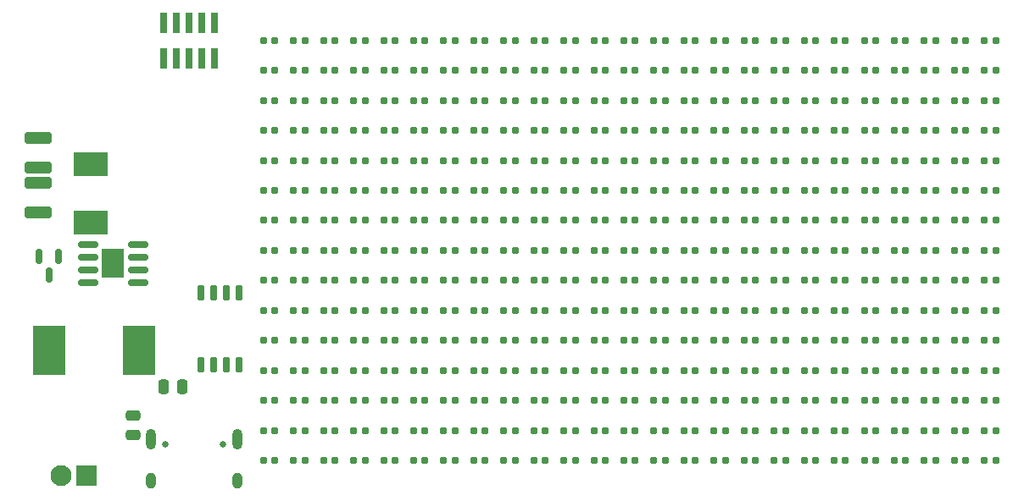
<source format=gbr>
%TF.GenerationSoftware,KiCad,Pcbnew,(5.99.0-12974-ge12f9a194d)*%
%TF.CreationDate,2021-11-26T19:34:28-08:00*%
%TF.ProjectId,LED_Addrs,4c45445f-4164-4647-9273-2e6b69636164,rev?*%
%TF.SameCoordinates,Original*%
%TF.FileFunction,Soldermask,Bot*%
%TF.FilePolarity,Negative*%
%FSLAX46Y46*%
G04 Gerber Fmt 4.6, Leading zero omitted, Abs format (unit mm)*
G04 Created by KiCad (PCBNEW (5.99.0-12974-ge12f9a194d)) date 2021-11-26 19:34:28*
%MOMM*%
%LPD*%
G01*
G04 APERTURE LIST*
G04 Aperture macros list*
%AMRoundRect*
0 Rectangle with rounded corners*
0 $1 Rounding radius*
0 $2 $3 $4 $5 $6 $7 $8 $9 X,Y pos of 4 corners*
0 Add a 4 corners polygon primitive as box body*
4,1,4,$2,$3,$4,$5,$6,$7,$8,$9,$2,$3,0*
0 Add four circle primitives for the rounded corners*
1,1,$1+$1,$2,$3*
1,1,$1+$1,$4,$5*
1,1,$1+$1,$6,$7*
1,1,$1+$1,$8,$9*
0 Add four rect primitives between the rounded corners*
20,1,$1+$1,$2,$3,$4,$5,0*
20,1,$1+$1,$4,$5,$6,$7,0*
20,1,$1+$1,$6,$7,$8,$9,0*
20,1,$1+$1,$8,$9,$2,$3,0*%
G04 Aperture macros list end*
%ADD10C,0.650000*%
%ADD11O,1.000000X2.100000*%
%ADD12O,1.000000X1.600000*%
%ADD13R,2.100000X2.100000*%
%ADD14C,2.100000*%
%ADD15RoundRect,0.155000X0.212500X0.155000X-0.212500X0.155000X-0.212500X-0.155000X0.212500X-0.155000X0*%
%ADD16RoundRect,0.150000X-0.150000X0.587500X-0.150000X-0.587500X0.150000X-0.587500X0.150000X0.587500X0*%
%ADD17RoundRect,0.250000X1.100000X-0.325000X1.100000X0.325000X-1.100000X0.325000X-1.100000X-0.325000X0*%
%ADD18RoundRect,0.250000X-1.100000X0.325000X-1.100000X-0.325000X1.100000X-0.325000X1.100000X0.325000X0*%
%ADD19R,3.429000X2.413000*%
%ADD20RoundRect,0.250000X0.475000X-0.250000X0.475000X0.250000X-0.475000X0.250000X-0.475000X-0.250000X0*%
%ADD21RoundRect,0.150000X0.825000X0.150000X-0.825000X0.150000X-0.825000X-0.150000X0.825000X-0.150000X0*%
%ADD22R,2.290000X3.000000*%
%ADD23R,0.750000X2.100000*%
%ADD24RoundRect,0.150000X-0.150000X0.650000X-0.150000X-0.650000X0.150000X-0.650000X0.150000X0.650000X0*%
%ADD25R,3.175000X4.950000*%
%ADD26RoundRect,0.250000X0.250000X0.475000X-0.250000X0.475000X-0.250000X-0.475000X0.250000X-0.475000X0*%
G04 APERTURE END LIST*
D10*
%TO.C,J2*%
X26610000Y-56395000D03*
X32390000Y-56395000D03*
D11*
X25180000Y-55895000D03*
X33820000Y-55895000D03*
D12*
X33820000Y-60075000D03*
X25180000Y-60075000D03*
%TD*%
D13*
%TO.C,J3*%
X18770000Y-59500000D03*
D14*
X16230000Y-59500000D03*
%TD*%
D15*
%TO.C,C33*%
X58567500Y-19000000D03*
X57432500Y-19000000D03*
%TD*%
%TO.C,C32*%
X55567500Y-19000000D03*
X54432500Y-19000000D03*
%TD*%
%TO.C,C312*%
X70567500Y-52000000D03*
X69432500Y-52000000D03*
%TD*%
%TO.C,C314*%
X76567500Y-52000000D03*
X75432500Y-52000000D03*
%TD*%
%TO.C,C82*%
X55567500Y-25000000D03*
X54432500Y-25000000D03*
%TD*%
%TO.C,C308*%
X58567500Y-52000000D03*
X57432500Y-52000000D03*
%TD*%
%TO.C,C109*%
X61567500Y-28000000D03*
X60432500Y-28000000D03*
%TD*%
%TO.C,C38*%
X73567500Y-19000000D03*
X72432500Y-19000000D03*
%TD*%
%TO.C,C256*%
X52567500Y-46000000D03*
X51432500Y-46000000D03*
%TD*%
%TO.C,C354*%
X46567500Y-58000000D03*
X45432500Y-58000000D03*
%TD*%
%TO.C,C322*%
X100567500Y-52000000D03*
X99432500Y-52000000D03*
%TD*%
%TO.C,C261*%
X67567500Y-46000000D03*
X66432500Y-46000000D03*
%TD*%
%TO.C,C162*%
X70567500Y-34000000D03*
X69432500Y-34000000D03*
%TD*%
%TO.C,C105*%
X49567500Y-28000000D03*
X48432500Y-28000000D03*
%TD*%
%TO.C,C176*%
X37567500Y-37000000D03*
X36432500Y-37000000D03*
%TD*%
%TO.C,C27*%
X40567500Y-19000000D03*
X39432500Y-19000000D03*
%TD*%
%TO.C,C51*%
X37567500Y-22000000D03*
X36432500Y-22000000D03*
%TD*%
%TO.C,C313*%
X73567500Y-52000000D03*
X72432500Y-52000000D03*
%TD*%
%TO.C,C235*%
X64567500Y-43000000D03*
X63432500Y-43000000D03*
%TD*%
%TO.C,C150*%
X109567500Y-31000000D03*
X108432500Y-31000000D03*
%TD*%
%TO.C,C274*%
X106567500Y-46000000D03*
X105432500Y-46000000D03*
%TD*%
%TO.C,C318*%
X88567500Y-52000000D03*
X87432500Y-52000000D03*
%TD*%
%TO.C,C132*%
X55567500Y-31000000D03*
X54432500Y-31000000D03*
%TD*%
%TO.C,C158*%
X58567500Y-34000000D03*
X57432500Y-34000000D03*
%TD*%
%TO.C,C77*%
X40567500Y-25000000D03*
X39432500Y-25000000D03*
%TD*%
%TO.C,C209*%
X61567500Y-40000000D03*
X60432500Y-40000000D03*
%TD*%
%TO.C,C304*%
X46567500Y-52000000D03*
X45432500Y-52000000D03*
%TD*%
%TO.C,C4*%
X46567500Y-16000000D03*
X45432500Y-16000000D03*
%TD*%
%TO.C,C46*%
X97567500Y-19000000D03*
X96432500Y-19000000D03*
%TD*%
%TO.C,C260*%
X64567500Y-46000000D03*
X63432500Y-46000000D03*
%TD*%
%TO.C,C231*%
X52567500Y-43000000D03*
X51432500Y-43000000D03*
%TD*%
%TO.C,C273*%
X103567500Y-46000000D03*
X102432500Y-46000000D03*
%TD*%
%TO.C,C206*%
X52567500Y-40000000D03*
X51432500Y-40000000D03*
%TD*%
%TO.C,C142*%
X85567500Y-31000000D03*
X84432500Y-31000000D03*
%TD*%
%TO.C,C123*%
X103567500Y-28000000D03*
X102432500Y-28000000D03*
%TD*%
%TO.C,C361*%
X67567500Y-58000000D03*
X66432500Y-58000000D03*
%TD*%
%TO.C,C349*%
X106567500Y-55000000D03*
X105432500Y-55000000D03*
%TD*%
%TO.C,C244*%
X91567500Y-43000000D03*
X90432500Y-43000000D03*
%TD*%
%TO.C,C351*%
X37567500Y-58000000D03*
X36432500Y-58000000D03*
%TD*%
%TO.C,C267*%
X85567500Y-46000000D03*
X84432500Y-46000000D03*
%TD*%
%TO.C,C341*%
X82567500Y-55000000D03*
X81432500Y-55000000D03*
%TD*%
%TO.C,C112*%
X70567500Y-28000000D03*
X69432500Y-28000000D03*
%TD*%
%TO.C,C355*%
X49567500Y-58000000D03*
X48432500Y-58000000D03*
%TD*%
%TO.C,C356*%
X52567500Y-58000000D03*
X51432500Y-58000000D03*
%TD*%
%TO.C,C43*%
X88567500Y-19000000D03*
X87432500Y-19000000D03*
%TD*%
%TO.C,C66*%
X82567500Y-22000000D03*
X81432500Y-22000000D03*
%TD*%
%TO.C,C288*%
X73567500Y-49000000D03*
X72432500Y-49000000D03*
%TD*%
%TO.C,C242*%
X85567500Y-43000000D03*
X84432500Y-43000000D03*
%TD*%
%TO.C,C113*%
X73567500Y-28000000D03*
X72432500Y-28000000D03*
%TD*%
%TO.C,C212*%
X70567500Y-40000000D03*
X69432500Y-40000000D03*
%TD*%
%TO.C,C16*%
X82567500Y-16000000D03*
X81432500Y-16000000D03*
%TD*%
%TO.C,C346*%
X97567500Y-55000000D03*
X96432500Y-55000000D03*
%TD*%
%TO.C,C172*%
X100567500Y-34000000D03*
X99432500Y-34000000D03*
%TD*%
%TO.C,C373*%
X103567500Y-58000000D03*
X102432500Y-58000000D03*
%TD*%
%TO.C,C337*%
X70567500Y-55000000D03*
X69432500Y-55000000D03*
%TD*%
%TO.C,C357*%
X55567500Y-58000000D03*
X54432500Y-58000000D03*
%TD*%
%TO.C,C52*%
X40567500Y-22000000D03*
X39432500Y-22000000D03*
%TD*%
%TO.C,C262*%
X70567500Y-46000000D03*
X69432500Y-46000000D03*
%TD*%
%TO.C,C173*%
X103567500Y-34000000D03*
X102432500Y-34000000D03*
%TD*%
%TO.C,C220*%
X94567500Y-40000000D03*
X93432500Y-40000000D03*
%TD*%
%TO.C,C136*%
X67567500Y-31000000D03*
X66432500Y-31000000D03*
%TD*%
D16*
%TO.C,Q2*%
X14050000Y-37562500D03*
X15950000Y-37562500D03*
X15000000Y-39437500D03*
%TD*%
D17*
%TO.C,C400*%
X13900000Y-33175000D03*
X13900000Y-30225000D03*
%TD*%
D15*
%TO.C,C40*%
X79567500Y-19000000D03*
X78432500Y-19000000D03*
%TD*%
%TO.C,C148*%
X103567500Y-31000000D03*
X102432500Y-31000000D03*
%TD*%
%TO.C,C54*%
X46567500Y-22000000D03*
X45432500Y-22000000D03*
%TD*%
%TO.C,C343*%
X88567500Y-55000000D03*
X87432500Y-55000000D03*
%TD*%
%TO.C,C297*%
X100567500Y-49000000D03*
X99432500Y-49000000D03*
%TD*%
%TO.C,C271*%
X97567500Y-46000000D03*
X96432500Y-46000000D03*
%TD*%
%TO.C,C281*%
X52567500Y-49000000D03*
X51432500Y-49000000D03*
%TD*%
%TO.C,C100*%
X109567500Y-25000000D03*
X108432500Y-25000000D03*
%TD*%
%TO.C,C348*%
X103567500Y-55000000D03*
X102432500Y-55000000D03*
%TD*%
%TO.C,C73*%
X103567500Y-22000000D03*
X102432500Y-22000000D03*
%TD*%
%TO.C,C189*%
X76567500Y-37000000D03*
X75432500Y-37000000D03*
%TD*%
%TO.C,C58*%
X58567500Y-22000000D03*
X57432500Y-22000000D03*
%TD*%
%TO.C,C339*%
X76567500Y-55000000D03*
X75432500Y-55000000D03*
%TD*%
%TO.C,C61*%
X67567500Y-22000000D03*
X66432500Y-22000000D03*
%TD*%
%TO.C,C3*%
X43567500Y-16000000D03*
X42432500Y-16000000D03*
%TD*%
%TO.C,C35*%
X64567500Y-19000000D03*
X63432500Y-19000000D03*
%TD*%
%TO.C,C350*%
X109567500Y-55000000D03*
X108432500Y-55000000D03*
%TD*%
%TO.C,C2*%
X40567500Y-16000000D03*
X39432500Y-16000000D03*
%TD*%
%TO.C,C143*%
X88567500Y-31000000D03*
X87432500Y-31000000D03*
%TD*%
%TO.C,C98*%
X103567500Y-25000000D03*
X102432500Y-25000000D03*
%TD*%
%TO.C,C146*%
X97567500Y-31000000D03*
X96432500Y-31000000D03*
%TD*%
%TO.C,C181*%
X52567500Y-37000000D03*
X51432500Y-37000000D03*
%TD*%
%TO.C,C275*%
X109567500Y-46000000D03*
X108432500Y-46000000D03*
%TD*%
%TO.C,C208*%
X58567500Y-40000000D03*
X57432500Y-40000000D03*
%TD*%
%TO.C,C266*%
X82567500Y-46000000D03*
X81432500Y-46000000D03*
%TD*%
%TO.C,C175*%
X109567500Y-34000000D03*
X108432500Y-34000000D03*
%TD*%
%TO.C,C195*%
X94567500Y-37000000D03*
X93432500Y-37000000D03*
%TD*%
%TO.C,C316*%
X82567500Y-52000000D03*
X81432500Y-52000000D03*
%TD*%
%TO.C,C12*%
X70567500Y-16000000D03*
X69432500Y-16000000D03*
%TD*%
%TO.C,C26*%
X37567500Y-19000000D03*
X36432500Y-19000000D03*
%TD*%
%TO.C,C31*%
X52567500Y-19000000D03*
X51432500Y-19000000D03*
%TD*%
%TO.C,C215*%
X79567500Y-40000000D03*
X78432500Y-40000000D03*
%TD*%
%TO.C,C34*%
X61567500Y-19000000D03*
X60432500Y-19000000D03*
%TD*%
%TO.C,C365*%
X79567500Y-58000000D03*
X78432500Y-58000000D03*
%TD*%
%TO.C,C305*%
X49567500Y-52000000D03*
X48432500Y-52000000D03*
%TD*%
%TO.C,C229*%
X46567500Y-43000000D03*
X45432500Y-43000000D03*
%TD*%
%TO.C,C366*%
X82567500Y-58000000D03*
X81432500Y-58000000D03*
%TD*%
%TO.C,C137*%
X70567500Y-31000000D03*
X69432500Y-31000000D03*
%TD*%
%TO.C,C94*%
X91567500Y-25000000D03*
X90432500Y-25000000D03*
%TD*%
%TO.C,C236*%
X67567500Y-43000000D03*
X66432500Y-43000000D03*
%TD*%
%TO.C,C319*%
X91567500Y-52000000D03*
X90432500Y-52000000D03*
%TD*%
%TO.C,C114*%
X76567500Y-28000000D03*
X75432500Y-28000000D03*
%TD*%
%TO.C,C194*%
X91567500Y-37000000D03*
X90432500Y-37000000D03*
%TD*%
%TO.C,C295*%
X94567500Y-49000000D03*
X93432500Y-49000000D03*
%TD*%
%TO.C,C126*%
X37567500Y-31000000D03*
X36432500Y-31000000D03*
%TD*%
%TO.C,C207*%
X55567500Y-40000000D03*
X54432500Y-40000000D03*
%TD*%
%TO.C,C317*%
X85567500Y-52000000D03*
X84432500Y-52000000D03*
%TD*%
%TO.C,C226*%
X37567500Y-43000000D03*
X36432500Y-43000000D03*
%TD*%
%TO.C,C165*%
X79567500Y-34000000D03*
X78432500Y-34000000D03*
%TD*%
%TO.C,C49*%
X106567500Y-19000000D03*
X105432500Y-19000000D03*
%TD*%
%TO.C,C42*%
X85567500Y-19000000D03*
X84432500Y-19000000D03*
%TD*%
%TO.C,C115*%
X79567500Y-28000000D03*
X78432500Y-28000000D03*
%TD*%
%TO.C,C128*%
X43567500Y-31000000D03*
X42432500Y-31000000D03*
%TD*%
%TO.C,C99*%
X106567500Y-25000000D03*
X105432500Y-25000000D03*
%TD*%
%TO.C,C291*%
X82567500Y-49000000D03*
X81432500Y-49000000D03*
%TD*%
%TO.C,C246*%
X97567500Y-43000000D03*
X96432500Y-43000000D03*
%TD*%
%TO.C,C311*%
X67567500Y-52000000D03*
X66432500Y-52000000D03*
%TD*%
%TO.C,C21*%
X97567500Y-16000000D03*
X96432500Y-16000000D03*
%TD*%
%TO.C,C270*%
X94567500Y-46000000D03*
X93432500Y-46000000D03*
%TD*%
%TO.C,C169*%
X91567500Y-34000000D03*
X90432500Y-34000000D03*
%TD*%
%TO.C,C306*%
X52567500Y-52000000D03*
X51432500Y-52000000D03*
%TD*%
%TO.C,C338*%
X73567500Y-55000000D03*
X72432500Y-55000000D03*
%TD*%
%TO.C,C76*%
X37567500Y-25000000D03*
X36432500Y-25000000D03*
%TD*%
%TO.C,C299*%
X106567500Y-49000000D03*
X105432500Y-49000000D03*
%TD*%
%TO.C,C138*%
X73567500Y-31000000D03*
X72432500Y-31000000D03*
%TD*%
%TO.C,C168*%
X88567500Y-34000000D03*
X87432500Y-34000000D03*
%TD*%
%TO.C,C210*%
X64567500Y-40000000D03*
X63432500Y-40000000D03*
%TD*%
%TO.C,C201*%
X37567500Y-40000000D03*
X36432500Y-40000000D03*
%TD*%
%TO.C,C180*%
X49567500Y-37000000D03*
X48432500Y-37000000D03*
%TD*%
%TO.C,C1*%
X37567500Y-16000000D03*
X36432500Y-16000000D03*
%TD*%
%TO.C,C309*%
X61567500Y-52000000D03*
X60432500Y-52000000D03*
%TD*%
%TO.C,C217*%
X85567500Y-40000000D03*
X84432500Y-40000000D03*
%TD*%
%TO.C,C106*%
X52567500Y-28000000D03*
X51432500Y-28000000D03*
%TD*%
%TO.C,C193*%
X88567500Y-37000000D03*
X87432500Y-37000000D03*
%TD*%
%TO.C,C221*%
X97567500Y-40000000D03*
X96432500Y-40000000D03*
%TD*%
%TO.C,C364*%
X76567500Y-58000000D03*
X75432500Y-58000000D03*
%TD*%
%TO.C,C368*%
X88567500Y-58000000D03*
X87432500Y-58000000D03*
%TD*%
%TO.C,C131*%
X52567500Y-31000000D03*
X51432500Y-31000000D03*
%TD*%
%TO.C,C240*%
X79567500Y-43000000D03*
X78432500Y-43000000D03*
%TD*%
D18*
%TO.C,C399*%
X13900000Y-25725000D03*
X13900000Y-28675000D03*
%TD*%
D15*
%TO.C,C154*%
X46567500Y-34000000D03*
X45432500Y-34000000D03*
%TD*%
%TO.C,C205*%
X49567500Y-40000000D03*
X48432500Y-40000000D03*
%TD*%
%TO.C,C84*%
X61567500Y-25000000D03*
X60432500Y-25000000D03*
%TD*%
%TO.C,C230*%
X49567500Y-43000000D03*
X48432500Y-43000000D03*
%TD*%
%TO.C,C360*%
X64567500Y-58000000D03*
X63432500Y-58000000D03*
%TD*%
%TO.C,C179*%
X46567500Y-37000000D03*
X45432500Y-37000000D03*
%TD*%
%TO.C,C39*%
X76567500Y-19000000D03*
X75432500Y-19000000D03*
%TD*%
%TO.C,C80*%
X49567500Y-25000000D03*
X48432500Y-25000000D03*
%TD*%
%TO.C,C332*%
X55567500Y-55000000D03*
X54432500Y-55000000D03*
%TD*%
%TO.C,C370*%
X94567500Y-58000000D03*
X93432500Y-58000000D03*
%TD*%
%TO.C,C68*%
X88567500Y-22000000D03*
X87432500Y-22000000D03*
%TD*%
%TO.C,C334*%
X61567500Y-55000000D03*
X60432500Y-55000000D03*
%TD*%
%TO.C,C90*%
X79567500Y-25000000D03*
X78432500Y-25000000D03*
%TD*%
%TO.C,C285*%
X64567500Y-49000000D03*
X63432500Y-49000000D03*
%TD*%
%TO.C,C324*%
X106567500Y-52000000D03*
X105432500Y-52000000D03*
%TD*%
%TO.C,C255*%
X49567500Y-46000000D03*
X48432500Y-46000000D03*
%TD*%
%TO.C,C294*%
X91567500Y-49000000D03*
X90432500Y-49000000D03*
%TD*%
%TO.C,C37*%
X70567500Y-19000000D03*
X69432500Y-19000000D03*
%TD*%
%TO.C,C86*%
X67567500Y-25000000D03*
X66432500Y-25000000D03*
%TD*%
%TO.C,C280*%
X49567500Y-49000000D03*
X48432500Y-49000000D03*
%TD*%
%TO.C,C11*%
X67567500Y-16000000D03*
X66432500Y-16000000D03*
%TD*%
%TO.C,C92*%
X85567500Y-25000000D03*
X84432500Y-25000000D03*
%TD*%
%TO.C,C374*%
X106567500Y-58000000D03*
X105432500Y-58000000D03*
%TD*%
%TO.C,C185*%
X64567500Y-37000000D03*
X63432500Y-37000000D03*
%TD*%
%TO.C,C258*%
X58567500Y-46000000D03*
X57432500Y-46000000D03*
%TD*%
%TO.C,C225*%
X109567500Y-40000000D03*
X108432500Y-40000000D03*
%TD*%
%TO.C,C248*%
X103567500Y-43000000D03*
X102432500Y-43000000D03*
%TD*%
%TO.C,C170*%
X94567500Y-34000000D03*
X93432500Y-34000000D03*
%TD*%
%TO.C,C20*%
X94567500Y-16000000D03*
X93432500Y-16000000D03*
%TD*%
%TO.C,C269*%
X91567500Y-46000000D03*
X90432500Y-46000000D03*
%TD*%
%TO.C,C177*%
X40567500Y-37000000D03*
X39432500Y-37000000D03*
%TD*%
%TO.C,C249*%
X106567500Y-43000000D03*
X105432500Y-43000000D03*
%TD*%
%TO.C,C87*%
X70567500Y-25000000D03*
X69432500Y-25000000D03*
%TD*%
%TO.C,C284*%
X61567500Y-49000000D03*
X60432500Y-49000000D03*
%TD*%
%TO.C,C83*%
X58567500Y-25000000D03*
X57432500Y-25000000D03*
%TD*%
%TO.C,C129*%
X46567500Y-31000000D03*
X45432500Y-31000000D03*
%TD*%
%TO.C,C289*%
X76567500Y-49000000D03*
X75432500Y-49000000D03*
%TD*%
D19*
%TO.C,L1*%
X19200000Y-34221000D03*
X19200000Y-28379000D03*
%TD*%
D15*
%TO.C,C300*%
X109567500Y-49000000D03*
X108432500Y-49000000D03*
%TD*%
%TO.C,C330*%
X49567500Y-55000000D03*
X48432500Y-55000000D03*
%TD*%
%TO.C,C293*%
X88567500Y-49000000D03*
X87432500Y-49000000D03*
%TD*%
%TO.C,C96*%
X97567500Y-25000000D03*
X96432500Y-25000000D03*
%TD*%
%TO.C,C239*%
X76567500Y-43000000D03*
X75432500Y-43000000D03*
%TD*%
%TO.C,C224*%
X106567500Y-40000000D03*
X105432500Y-40000000D03*
%TD*%
D20*
%TO.C,C402*%
X23400000Y-55450000D03*
X23400000Y-53550000D03*
%TD*%
D15*
%TO.C,C9*%
X61567500Y-16000000D03*
X60432500Y-16000000D03*
%TD*%
%TO.C,C197*%
X100567500Y-37000000D03*
X99432500Y-37000000D03*
%TD*%
%TO.C,C328*%
X43567500Y-55000000D03*
X42432500Y-55000000D03*
%TD*%
%TO.C,C110*%
X64567500Y-28000000D03*
X63432500Y-28000000D03*
%TD*%
%TO.C,C144*%
X91567500Y-31000000D03*
X90432500Y-31000000D03*
%TD*%
%TO.C,C95*%
X94567500Y-25000000D03*
X93432500Y-25000000D03*
%TD*%
%TO.C,C301*%
X37567500Y-52000000D03*
X36432500Y-52000000D03*
%TD*%
%TO.C,C141*%
X82567500Y-31000000D03*
X81432500Y-31000000D03*
%TD*%
%TO.C,C196*%
X97567500Y-37000000D03*
X96432500Y-37000000D03*
%TD*%
%TO.C,C60*%
X64567500Y-22000000D03*
X63432500Y-22000000D03*
%TD*%
%TO.C,C227*%
X40567500Y-43000000D03*
X39432500Y-43000000D03*
%TD*%
%TO.C,C296*%
X97567500Y-49000000D03*
X96432500Y-49000000D03*
%TD*%
%TO.C,C243*%
X88567500Y-43000000D03*
X87432500Y-43000000D03*
%TD*%
%TO.C,C153*%
X43567500Y-34000000D03*
X42432500Y-34000000D03*
%TD*%
%TO.C,C335*%
X64567500Y-55000000D03*
X63432500Y-55000000D03*
%TD*%
%TO.C,C268*%
X88567500Y-46000000D03*
X87432500Y-46000000D03*
%TD*%
%TO.C,C67*%
X85567500Y-22000000D03*
X84432500Y-22000000D03*
%TD*%
%TO.C,C187*%
X70567500Y-37000000D03*
X69432500Y-37000000D03*
%TD*%
%TO.C,C65*%
X79567500Y-22000000D03*
X78432500Y-22000000D03*
%TD*%
D21*
%TO.C,U5*%
X23875000Y-36395000D03*
X23875000Y-37665000D03*
X23875000Y-38935000D03*
X23875000Y-40205000D03*
X18925000Y-40205000D03*
X18925000Y-38935000D03*
X18925000Y-37665000D03*
X18925000Y-36395000D03*
D22*
X21400000Y-38300000D03*
%TD*%
D15*
%TO.C,C340*%
X79567500Y-55000000D03*
X78432500Y-55000000D03*
%TD*%
%TO.C,C93*%
X88567500Y-25000000D03*
X87432500Y-25000000D03*
%TD*%
%TO.C,C199*%
X106567500Y-37000000D03*
X105432500Y-37000000D03*
%TD*%
%TO.C,C252*%
X40567500Y-46000000D03*
X39432500Y-46000000D03*
%TD*%
%TO.C,C125*%
X109567500Y-28000000D03*
X108432500Y-28000000D03*
%TD*%
%TO.C,C163*%
X73567500Y-34000000D03*
X72432500Y-34000000D03*
%TD*%
%TO.C,C241*%
X82567500Y-43000000D03*
X81432500Y-43000000D03*
%TD*%
%TO.C,C315*%
X79567500Y-52000000D03*
X78432500Y-52000000D03*
%TD*%
%TO.C,C8*%
X58567500Y-16000000D03*
X57432500Y-16000000D03*
%TD*%
%TO.C,C247*%
X100567500Y-43000000D03*
X99432500Y-43000000D03*
%TD*%
%TO.C,C171*%
X97567500Y-34000000D03*
X96432500Y-34000000D03*
%TD*%
%TO.C,C97*%
X100567500Y-25000000D03*
X99432500Y-25000000D03*
%TD*%
%TO.C,C57*%
X55567500Y-22000000D03*
X54432500Y-22000000D03*
%TD*%
%TO.C,C219*%
X91567500Y-40000000D03*
X90432500Y-40000000D03*
%TD*%
%TO.C,C10*%
X64567500Y-16000000D03*
X63432500Y-16000000D03*
%TD*%
%TO.C,C192*%
X85567500Y-37000000D03*
X84432500Y-37000000D03*
%TD*%
%TO.C,C237*%
X70567500Y-43000000D03*
X69432500Y-43000000D03*
%TD*%
%TO.C,C120*%
X94567500Y-28000000D03*
X93432500Y-28000000D03*
%TD*%
%TO.C,C22*%
X100567500Y-16000000D03*
X99432500Y-16000000D03*
%TD*%
%TO.C,C147*%
X100567500Y-31000000D03*
X99432500Y-31000000D03*
%TD*%
%TO.C,C160*%
X64567500Y-34000000D03*
X63432500Y-34000000D03*
%TD*%
%TO.C,C362*%
X70567500Y-58000000D03*
X69432500Y-58000000D03*
%TD*%
%TO.C,C303*%
X43567500Y-52000000D03*
X42432500Y-52000000D03*
%TD*%
%TO.C,C336*%
X67567500Y-55000000D03*
X66432500Y-55000000D03*
%TD*%
%TO.C,C329*%
X46567500Y-55000000D03*
X45432500Y-55000000D03*
%TD*%
%TO.C,C191*%
X82567500Y-37000000D03*
X81432500Y-37000000D03*
%TD*%
%TO.C,C104*%
X46567500Y-28000000D03*
X45432500Y-28000000D03*
%TD*%
%TO.C,C228*%
X43567500Y-43000000D03*
X42432500Y-43000000D03*
%TD*%
%TO.C,C184*%
X61567500Y-37000000D03*
X60432500Y-37000000D03*
%TD*%
%TO.C,C69*%
X91567500Y-22000000D03*
X90432500Y-22000000D03*
%TD*%
%TO.C,C372*%
X100567500Y-58000000D03*
X99432500Y-58000000D03*
%TD*%
%TO.C,C85*%
X64567500Y-25000000D03*
X63432500Y-25000000D03*
%TD*%
%TO.C,C70*%
X94567500Y-22000000D03*
X93432500Y-22000000D03*
%TD*%
%TO.C,C74*%
X106567500Y-22000000D03*
X105432500Y-22000000D03*
%TD*%
%TO.C,C278*%
X43567500Y-49000000D03*
X42432500Y-49000000D03*
%TD*%
%TO.C,C50*%
X109567500Y-19000000D03*
X108432500Y-19000000D03*
%TD*%
%TO.C,C78*%
X43567500Y-25000000D03*
X42432500Y-25000000D03*
%TD*%
%TO.C,C164*%
X76567500Y-34000000D03*
X75432500Y-34000000D03*
%TD*%
%TO.C,C108*%
X58567500Y-28000000D03*
X57432500Y-28000000D03*
%TD*%
%TO.C,C375*%
X109567500Y-58000000D03*
X108432500Y-58000000D03*
%TD*%
%TO.C,C151*%
X37567500Y-34000000D03*
X36432500Y-34000000D03*
%TD*%
%TO.C,C325*%
X109567500Y-52000000D03*
X108432500Y-52000000D03*
%TD*%
%TO.C,C64*%
X76567500Y-22000000D03*
X75432500Y-22000000D03*
%TD*%
%TO.C,C88*%
X73567500Y-25000000D03*
X72432500Y-25000000D03*
%TD*%
%TO.C,C121*%
X97567500Y-28000000D03*
X96432500Y-28000000D03*
%TD*%
%TO.C,C19*%
X91567500Y-16000000D03*
X90432500Y-16000000D03*
%TD*%
%TO.C,C63*%
X73567500Y-22000000D03*
X72432500Y-22000000D03*
%TD*%
%TO.C,C222*%
X100567500Y-40000000D03*
X99432500Y-40000000D03*
%TD*%
%TO.C,C178*%
X43567500Y-37000000D03*
X42432500Y-37000000D03*
%TD*%
%TO.C,C345*%
X94567500Y-55000000D03*
X93432500Y-55000000D03*
%TD*%
%TO.C,C251*%
X37567500Y-46000000D03*
X36432500Y-46000000D03*
%TD*%
%TO.C,C30*%
X49567500Y-19000000D03*
X48432500Y-19000000D03*
%TD*%
%TO.C,C282*%
X55567500Y-49000000D03*
X54432500Y-49000000D03*
%TD*%
%TO.C,C71*%
X97567500Y-22000000D03*
X96432500Y-22000000D03*
%TD*%
%TO.C,C133*%
X58567500Y-31000000D03*
X57432500Y-31000000D03*
%TD*%
%TO.C,C182*%
X55567500Y-37000000D03*
X54432500Y-37000000D03*
%TD*%
%TO.C,C292*%
X85567500Y-49000000D03*
X84432500Y-49000000D03*
%TD*%
%TO.C,C320*%
X94567500Y-52000000D03*
X93432500Y-52000000D03*
%TD*%
%TO.C,C102*%
X40567500Y-28000000D03*
X39432500Y-28000000D03*
%TD*%
%TO.C,C139*%
X76567500Y-31000000D03*
X75432500Y-31000000D03*
%TD*%
%TO.C,C174*%
X106567500Y-34000000D03*
X105432500Y-34000000D03*
%TD*%
%TO.C,C36*%
X67567500Y-19000000D03*
X66432500Y-19000000D03*
%TD*%
%TO.C,C259*%
X61567500Y-46000000D03*
X60432500Y-46000000D03*
%TD*%
%TO.C,C214*%
X76567500Y-40000000D03*
X75432500Y-40000000D03*
%TD*%
%TO.C,C204*%
X46567500Y-40000000D03*
X45432500Y-40000000D03*
%TD*%
%TO.C,C326*%
X37567500Y-55000000D03*
X36432500Y-55000000D03*
%TD*%
%TO.C,C53*%
X43567500Y-22000000D03*
X42432500Y-22000000D03*
%TD*%
%TO.C,C166*%
X82567500Y-34000000D03*
X81432500Y-34000000D03*
%TD*%
%TO.C,C29*%
X46567500Y-19000000D03*
X45432500Y-19000000D03*
%TD*%
%TO.C,C359*%
X61567500Y-58000000D03*
X60432500Y-58000000D03*
%TD*%
%TO.C,C101*%
X37567500Y-28000000D03*
X36432500Y-28000000D03*
%TD*%
%TO.C,C272*%
X100567500Y-46000000D03*
X99432500Y-46000000D03*
%TD*%
%TO.C,C250*%
X109567500Y-43000000D03*
X108432500Y-43000000D03*
%TD*%
%TO.C,C310*%
X64567500Y-52000000D03*
X63432500Y-52000000D03*
%TD*%
%TO.C,C253*%
X43567500Y-46000000D03*
X42432500Y-46000000D03*
%TD*%
%TO.C,C79*%
X46567500Y-25000000D03*
X45432500Y-25000000D03*
%TD*%
%TO.C,C155*%
X49567500Y-34000000D03*
X48432500Y-34000000D03*
%TD*%
%TO.C,C353*%
X43567500Y-58000000D03*
X42432500Y-58000000D03*
%TD*%
%TO.C,C6*%
X52567500Y-16000000D03*
X51432500Y-16000000D03*
%TD*%
%TO.C,C287*%
X70567500Y-49000000D03*
X69432500Y-49000000D03*
%TD*%
%TO.C,C135*%
X64567500Y-31000000D03*
X63432500Y-31000000D03*
%TD*%
%TO.C,C202*%
X40567500Y-40000000D03*
X39432500Y-40000000D03*
%TD*%
%TO.C,C161*%
X67567500Y-34000000D03*
X66432500Y-34000000D03*
%TD*%
D23*
%TO.C,J1*%
X31540000Y-14200000D03*
X31540000Y-17800000D03*
X30270000Y-14200000D03*
X30270000Y-17800000D03*
X29000000Y-14200000D03*
X29000000Y-17800000D03*
X27730000Y-14200000D03*
X27730000Y-17800000D03*
X26460000Y-14200000D03*
X26460000Y-17800000D03*
%TD*%
D15*
%TO.C,C198*%
X103567500Y-37000000D03*
X102432500Y-37000000D03*
%TD*%
%TO.C,C44*%
X91567500Y-19000000D03*
X90432500Y-19000000D03*
%TD*%
D24*
%TO.C,U4*%
X30195000Y-41200000D03*
X31465000Y-41200000D03*
X32735000Y-41200000D03*
X34005000Y-41200000D03*
X34005000Y-48400000D03*
X32735000Y-48400000D03*
X31465000Y-48400000D03*
X30195000Y-48400000D03*
%TD*%
D25*
%TO.C,L2*%
X14992500Y-47000000D03*
X24007500Y-47000000D03*
%TD*%
D15*
%TO.C,C327*%
X40567500Y-55000000D03*
X39432500Y-55000000D03*
%TD*%
%TO.C,C352*%
X40567500Y-58000000D03*
X39432500Y-58000000D03*
%TD*%
%TO.C,C233*%
X58567500Y-43000000D03*
X57432500Y-43000000D03*
%TD*%
%TO.C,C24*%
X106567500Y-16000000D03*
X105432500Y-16000000D03*
%TD*%
%TO.C,C213*%
X73567500Y-40000000D03*
X72432500Y-40000000D03*
%TD*%
%TO.C,C122*%
X100567500Y-28000000D03*
X99432500Y-28000000D03*
%TD*%
D26*
%TO.C,C403*%
X28350000Y-50600000D03*
X26450000Y-50600000D03*
%TD*%
D15*
%TO.C,C203*%
X43567500Y-40000000D03*
X42432500Y-40000000D03*
%TD*%
%TO.C,C190*%
X79567500Y-37000000D03*
X78432500Y-37000000D03*
%TD*%
%TO.C,C369*%
X91567500Y-58000000D03*
X90432500Y-58000000D03*
%TD*%
%TO.C,C342*%
X85567500Y-55000000D03*
X84432500Y-55000000D03*
%TD*%
%TO.C,C263*%
X73567500Y-46000000D03*
X72432500Y-46000000D03*
%TD*%
%TO.C,C152*%
X40567500Y-34000000D03*
X39432500Y-34000000D03*
%TD*%
%TO.C,C56*%
X52567500Y-22000000D03*
X51432500Y-22000000D03*
%TD*%
%TO.C,C216*%
X82567500Y-40000000D03*
X81432500Y-40000000D03*
%TD*%
%TO.C,C186*%
X67567500Y-37000000D03*
X66432500Y-37000000D03*
%TD*%
%TO.C,C157*%
X55567500Y-34000000D03*
X54432500Y-34000000D03*
%TD*%
%TO.C,C290*%
X79567500Y-49000000D03*
X78432500Y-49000000D03*
%TD*%
%TO.C,C286*%
X67567500Y-49000000D03*
X66432500Y-49000000D03*
%TD*%
%TO.C,C367*%
X85567500Y-58000000D03*
X84432500Y-58000000D03*
%TD*%
%TO.C,C81*%
X52567500Y-25000000D03*
X51432500Y-25000000D03*
%TD*%
%TO.C,C254*%
X46567500Y-46000000D03*
X45432500Y-46000000D03*
%TD*%
%TO.C,C25*%
X109567500Y-16000000D03*
X108432500Y-16000000D03*
%TD*%
%TO.C,C283*%
X58567500Y-49000000D03*
X57432500Y-49000000D03*
%TD*%
%TO.C,C307*%
X55567500Y-52000000D03*
X54432500Y-52000000D03*
%TD*%
%TO.C,C333*%
X58567500Y-55000000D03*
X57432500Y-55000000D03*
%TD*%
%TO.C,C200*%
X109567500Y-37000000D03*
X108432500Y-37000000D03*
%TD*%
%TO.C,C117*%
X85567500Y-28000000D03*
X84432500Y-28000000D03*
%TD*%
%TO.C,C149*%
X106567500Y-31000000D03*
X105432500Y-31000000D03*
%TD*%
%TO.C,C363*%
X73567500Y-58000000D03*
X72432500Y-58000000D03*
%TD*%
%TO.C,C183*%
X58567500Y-37000000D03*
X57432500Y-37000000D03*
%TD*%
%TO.C,C358*%
X58567500Y-58000000D03*
X57432500Y-58000000D03*
%TD*%
%TO.C,C89*%
X76567500Y-25000000D03*
X75432500Y-25000000D03*
%TD*%
%TO.C,C14*%
X76567500Y-16000000D03*
X75432500Y-16000000D03*
%TD*%
%TO.C,C118*%
X88567500Y-28000000D03*
X87432500Y-28000000D03*
%TD*%
%TO.C,C103*%
X43567500Y-28000000D03*
X42432500Y-28000000D03*
%TD*%
%TO.C,C264*%
X76567500Y-46000000D03*
X75432500Y-46000000D03*
%TD*%
%TO.C,C245*%
X94567500Y-43000000D03*
X93432500Y-43000000D03*
%TD*%
%TO.C,C119*%
X91567500Y-28000000D03*
X90432500Y-28000000D03*
%TD*%
%TO.C,C347*%
X100567500Y-55000000D03*
X99432500Y-55000000D03*
%TD*%
%TO.C,C321*%
X97567500Y-52000000D03*
X96432500Y-52000000D03*
%TD*%
%TO.C,C234*%
X61567500Y-43000000D03*
X60432500Y-43000000D03*
%TD*%
%TO.C,C323*%
X103567500Y-52000000D03*
X102432500Y-52000000D03*
%TD*%
%TO.C,C159*%
X61567500Y-34000000D03*
X60432500Y-34000000D03*
%TD*%
%TO.C,C156*%
X52567500Y-34000000D03*
X51432500Y-34000000D03*
%TD*%
%TO.C,C238*%
X73567500Y-43000000D03*
X72432500Y-43000000D03*
%TD*%
%TO.C,C188*%
X73567500Y-37000000D03*
X72432500Y-37000000D03*
%TD*%
%TO.C,C145*%
X94567500Y-31000000D03*
X93432500Y-31000000D03*
%TD*%
%TO.C,C47*%
X100567500Y-19000000D03*
X99432500Y-19000000D03*
%TD*%
%TO.C,C223*%
X103567500Y-40000000D03*
X102432500Y-40000000D03*
%TD*%
%TO.C,C111*%
X67567500Y-28000000D03*
X66432500Y-28000000D03*
%TD*%
%TO.C,C13*%
X73567500Y-16000000D03*
X72432500Y-16000000D03*
%TD*%
%TO.C,C7*%
X55567500Y-16000000D03*
X54432500Y-16000000D03*
%TD*%
%TO.C,C18*%
X88567500Y-16000000D03*
X87432500Y-16000000D03*
%TD*%
%TO.C,C41*%
X82567500Y-19000000D03*
X81432500Y-19000000D03*
%TD*%
%TO.C,C298*%
X103567500Y-49000000D03*
X102432500Y-49000000D03*
%TD*%
%TO.C,C124*%
X106567500Y-28000000D03*
X105432500Y-28000000D03*
%TD*%
%TO.C,C23*%
X103567500Y-16000000D03*
X102432500Y-16000000D03*
%TD*%
%TO.C,C5*%
X49567500Y-16000000D03*
X48432500Y-16000000D03*
%TD*%
%TO.C,C107*%
X55567500Y-28000000D03*
X54432500Y-28000000D03*
%TD*%
%TO.C,C59*%
X61567500Y-22000000D03*
X60432500Y-22000000D03*
%TD*%
%TO.C,C45*%
X94567500Y-19000000D03*
X93432500Y-19000000D03*
%TD*%
%TO.C,C211*%
X67567500Y-40000000D03*
X66432500Y-40000000D03*
%TD*%
%TO.C,C28*%
X43567500Y-19000000D03*
X42432500Y-19000000D03*
%TD*%
%TO.C,C127*%
X40567500Y-31000000D03*
X39432500Y-31000000D03*
%TD*%
%TO.C,C277*%
X40567500Y-49000000D03*
X39432500Y-49000000D03*
%TD*%
%TO.C,C91*%
X82567500Y-25000000D03*
X81432500Y-25000000D03*
%TD*%
%TO.C,C371*%
X97567500Y-58000000D03*
X96432500Y-58000000D03*
%TD*%
%TO.C,C72*%
X100567500Y-22000000D03*
X99432500Y-22000000D03*
%TD*%
%TO.C,C257*%
X55567500Y-46000000D03*
X54432500Y-46000000D03*
%TD*%
%TO.C,C15*%
X79567500Y-16000000D03*
X78432500Y-16000000D03*
%TD*%
%TO.C,C116*%
X82567500Y-28000000D03*
X81432500Y-28000000D03*
%TD*%
%TO.C,C344*%
X91567500Y-55000000D03*
X90432500Y-55000000D03*
%TD*%
%TO.C,C75*%
X109567500Y-22000000D03*
X108432500Y-22000000D03*
%TD*%
%TO.C,C62*%
X70567500Y-22000000D03*
X69432500Y-22000000D03*
%TD*%
%TO.C,C232*%
X55567500Y-43000000D03*
X54432500Y-43000000D03*
%TD*%
%TO.C,C167*%
X85567500Y-34000000D03*
X84432500Y-34000000D03*
%TD*%
%TO.C,C134*%
X61567500Y-31000000D03*
X60432500Y-31000000D03*
%TD*%
%TO.C,C302*%
X40567500Y-52000000D03*
X39432500Y-52000000D03*
%TD*%
%TO.C,C265*%
X79567500Y-46000000D03*
X78432500Y-46000000D03*
%TD*%
%TO.C,C276*%
X37567500Y-49000000D03*
X36432500Y-49000000D03*
%TD*%
%TO.C,C55*%
X49567500Y-22000000D03*
X48432500Y-22000000D03*
%TD*%
%TO.C,C331*%
X52567500Y-55000000D03*
X51432500Y-55000000D03*
%TD*%
%TO.C,C17*%
X85567500Y-16000000D03*
X84432500Y-16000000D03*
%TD*%
%TO.C,C48*%
X103567500Y-19000000D03*
X102432500Y-19000000D03*
%TD*%
%TO.C,C218*%
X88567500Y-40000000D03*
X87432500Y-40000000D03*
%TD*%
%TO.C,C279*%
X46567500Y-49000000D03*
X45432500Y-49000000D03*
%TD*%
%TO.C,C140*%
X79567500Y-31000000D03*
X78432500Y-31000000D03*
%TD*%
%TO.C,C130*%
X49567500Y-31000000D03*
X48432500Y-31000000D03*
%TD*%
M02*

</source>
